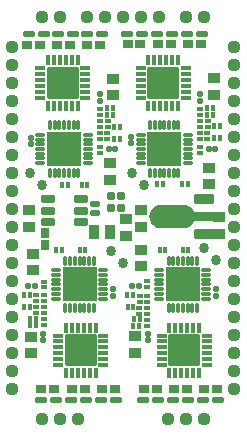
<source format=gts>
G04 Layer: TopSolderMaskLayer*
G04 EasyEDA v6.5.22, 2023-04-03 13:48:28*
G04 438ef6ab04534b949e8f413d785863a0,3cec5f453c3247449836eb28e2eac2c3,10*
G04 Gerber Generator version 0.2*
G04 Scale: 100 percent, Rotated: No, Reflected: No *
G04 Dimensions in inches *
G04 leading zeros omitted , absolute positions ,3 integer and 6 decimal *
%FSLAX36Y36*%
%MOIN*%

%AMMACRO1*1,1,$1,$2,$3*1,1,$1,$4,$5*1,1,$1,0-$2,0-$3*1,1,$1,0-$4,0-$5*20,1,$1,$2,$3,$4,$5,0*20,1,$1,$4,$5,0-$2,0-$3,0*20,1,$1,0-$2,0-$3,0-$4,0-$5,0*20,1,$1,0-$4,0-$5,$2,$3,0*4,1,4,$2,$3,$4,$5,0-$2,0-$3,0-$4,0-$5,$2,$3,0*%
%ADD10C,0.0340*%
%ADD11MACRO1,0.004X0.0156X0.0106X0.0156X-0.0106*%
%ADD12MACRO1,0.004X-0.0156X0.0106X-0.0156X-0.0106*%
%ADD13MACRO1,0.004X-0.0177X-0.0157X-0.0177X0.0157*%
%ADD14MACRO1,0.004X0.0106X-0.0156X-0.0106X-0.0156*%
%ADD15MACRO1,0.004X0.0106X0.0156X-0.0106X0.0156*%
%ADD16MACRO1,0.004X-0.0156X-0.0106X-0.0156X0.0106*%
%ADD17MACRO1,0.004X0.0156X-0.0106X0.0156X0.0106*%
%ADD18MACRO1,0.004X0.0177X0.0157X0.0177X-0.0157*%
%ADD19MACRO1,0.004X-0.0111X-0.0106X-0.0111X0.0106*%
%ADD20MACRO1,0.004X0.0111X-0.0106X0.0111X0.0106*%
%ADD21MACRO1,0.004X0.006X0.0064X0.006X-0.0064*%
%ADD22MACRO1,0.004X-0.006X0.0064X-0.006X-0.0064*%
%ADD23MACRO1,0.004X-0.006X-0.0064X-0.006X0.0064*%
%ADD24MACRO1,0.004X0.006X-0.0064X0.006X0.0064*%
%ADD25MACRO1,0.004X0.0064X-0.006X-0.0064X-0.006*%
%ADD26MACRO1,0.004X0.0064X0.006X-0.0064X0.006*%
%ADD27MACRO1,0.004X-0.0064X0.006X0.0064X0.006*%
%ADD28MACRO1,0.004X-0.0064X-0.006X0.0064X-0.006*%
%ADD29MACRO1,0.004X-0.0138X-0.0039X-0.0138X0.0039*%
%ADD30MACRO1,0.004X-0.0039X-0.0138X-0.0039X0.0138*%
%ADD31MACRO1,0.004X-0.0551X-0.0551X-0.0551X0.0551*%
%ADD32MACRO1,0.004X0.0138X0.0039X0.0138X-0.0039*%
%ADD33MACRO1,0.004X0.0039X0.0138X0.0039X-0.0138*%
%ADD34MACRO1,0.004X0.0551X0.0551X0.0551X-0.0551*%
%ADD35MACRO1,0.0039X-0.0055X-0.0131X-0.0055X0.0131*%
%ADD36MACRO1,0.0039X0.0131X-0.0055X0.0131X0.0055*%
%ADD37MACRO1,0.0039X-0.0055X0.0131X-0.0055X-0.0131*%
%ADD38MACRO1,0.0039X-0.0502X0.0502X0.0502X0.0502*%
%ADD39MACRO1,0.0039X0.0055X0.0131X0.0055X-0.0131*%
%ADD40MACRO1,0.0039X-0.0131X0.0055X-0.0131X-0.0055*%
%ADD41MACRO1,0.0039X0.0055X-0.0131X0.0055X0.0131*%
%ADD42MACRO1,0.0039X0.0502X-0.0502X-0.0502X-0.0502*%
%ADD43MACRO1,0.004X-0.0183X-0.0071X-0.0183X0.0071*%
%ADD44MACRO1,0.004X0.0183X-0.0071X0.0183X0.0071*%
%ADD45MACRO1,0.004X0.0183X0.0071X0.0183X-0.0071*%
%ADD46MACRO1,0.004X-0.0183X0.0071X-0.0183X-0.0071*%
%ADD47MACRO1,0.004X-0.0138X-0.0079X-0.0138X0.0079*%
%ADD48MACRO1,0.004X-0.0138X0.0217X0.0138X0.0217*%
%ADD49MACRO1,0.004X0.0111X0.0106X0.0111X-0.0106*%
%ADD50MACRO1,0.004X-0.0111X0.0106X-0.0111X-0.0106*%
%ADD51MACRO1,0.004X-0.0197X0.0108X0.0197X0.0108*%
%ADD52MACRO1,0.004X0.031X-0.0132X0.031X0.0132*%
%ADD53MACRO1,0.004X-0.0064X0.0073X0.0064X0.0073*%
%ADD54MACRO1,0.004X-0.0064X-0.0073X0.0064X-0.0073*%
%ADD55MACRO1,0.004X-0.0073X-0.0064X-0.0073X0.0064*%
%ADD56MACRO1,0.004X0.0073X-0.0064X0.0073X0.0064*%
%ADD57MACRO1,0.004X0.0064X-0.0073X-0.0064X-0.0073*%
%ADD58MACRO1,0.004X0.0064X0.0073X-0.0064X0.0073*%
%ADD59MACRO1,0.004X0.0073X0.0064X0.0073X-0.0064*%
%ADD60MACRO1,0.004X-0.0073X0.0064X-0.0073X-0.0064*%
%ADD61C,0.0439*%
%ADD62C,0.0155*%

%LPD*%
D10*
G01*
X100000Y900000D03*
G01*
X140000Y860000D03*
G01*
X440000Y900000D03*
G01*
X480000Y860000D03*
G01*
X680000Y650000D03*
G01*
X720000Y610000D03*
G01*
X369000Y640000D03*
G01*
X409000Y600000D03*
D11*
G01*
X187541Y1327000D03*
D12*
G01*
X230459Y1327000D03*
D11*
G01*
X287541Y1327000D03*
D12*
G01*
X330459Y1327000D03*
D11*
G01*
X423541Y1329000D03*
D12*
G01*
X466458Y1329000D03*
D13*
G01*
X468999Y775559D03*
G01*
X468999Y720441D03*
D14*
G01*
X149000Y701458D03*
D15*
G01*
X149000Y658541D03*
D13*
G01*
X375000Y1214558D03*
G01*
X375000Y1159440D03*
G01*
X711000Y1216558D03*
G01*
X711000Y1161440D03*
D11*
G01*
X525540Y1329000D03*
D12*
G01*
X568458Y1329000D03*
D11*
G01*
X626541Y1329000D03*
D12*
G01*
X669459Y1329000D03*
D16*
G01*
X722458Y180000D03*
D17*
G01*
X679540Y180000D03*
D18*
G01*
X448999Y301440D03*
G01*
X448999Y356558D03*
D16*
G01*
X622458Y180999D03*
D17*
G01*
X579540Y180999D03*
D16*
G01*
X522458Y180999D03*
D17*
G01*
X479540Y180999D03*
D16*
G01*
X381458Y180999D03*
D17*
G01*
X338541Y180999D03*
D11*
G01*
X88541Y1327000D03*
D12*
G01*
X131458Y1327000D03*
D18*
G01*
X102000Y298441D03*
G01*
X102000Y353559D03*
D16*
G01*
X280459Y180999D03*
D17*
G01*
X237541Y180999D03*
D16*
G01*
X179459Y180999D03*
D17*
G01*
X136541Y180999D03*
D18*
G01*
X418999Y690941D03*
G01*
X418999Y746059D03*
D19*
G01*
X402040Y822999D03*
D20*
G01*
X367959Y822999D03*
D21*
G01*
X356489Y1094000D03*
D22*
G01*
X375509Y1094000D03*
D21*
G01*
X378490Y1051999D03*
D22*
G01*
X397509Y1051999D03*
D21*
G01*
X378490Y1011999D03*
D22*
G01*
X397509Y1011999D03*
D23*
G01*
X375509Y1116999D03*
D24*
G01*
X356489Y1116999D03*
D25*
G01*
X358000Y1073510D03*
D26*
G01*
X358000Y1054490D03*
D25*
G01*
X355999Y1033510D03*
D26*
G01*
X355999Y1014490D03*
D25*
G01*
X331999Y1033510D03*
D26*
G01*
X331999Y1014490D03*
D27*
G01*
X331999Y1054490D03*
D28*
G01*
X331999Y1073510D03*
D25*
G01*
X331999Y1113510D03*
D26*
G01*
X331999Y1094490D03*
D23*
G01*
X289510Y860000D03*
D24*
G01*
X270489Y860000D03*
D25*
G01*
X331999Y985509D03*
D26*
G01*
X331999Y966489D03*
D23*
G01*
X225509Y860000D03*
D24*
G01*
X206489Y860000D03*
D21*
G01*
X521990Y863000D03*
D22*
G01*
X541010Y863000D03*
D25*
G01*
X665999Y985508D03*
D26*
G01*
X665999Y966489D03*
D23*
G01*
X623510Y863998D03*
D24*
G01*
X604490Y863998D03*
D25*
G01*
X665999Y1113508D03*
D26*
G01*
X665999Y1094488D03*
D27*
G01*
X665999Y1054488D03*
D28*
G01*
X665999Y1073508D03*
D25*
G01*
X665999Y1033508D03*
D26*
G01*
X665999Y1014488D03*
D25*
G01*
X690000Y1033508D03*
D26*
G01*
X690000Y1014488D03*
D25*
G01*
X691999Y1073510D03*
D26*
G01*
X691999Y1054490D03*
D23*
G01*
X707509Y1115999D03*
D24*
G01*
X688490Y1115999D03*
D21*
G01*
X712490Y1015999D03*
D22*
G01*
X731509Y1015999D03*
D21*
G01*
X712490Y1055999D03*
D22*
G01*
X731509Y1055999D03*
D21*
G01*
X688490Y1093998D03*
D22*
G01*
X707509Y1093998D03*
D21*
G01*
X607490Y644000D03*
D22*
G01*
X626509Y644000D03*
D27*
G01*
X488000Y519490D03*
D28*
G01*
X488000Y538510D03*
D21*
G01*
X530489Y645000D03*
D22*
G01*
X549510Y645000D03*
D27*
G01*
X488000Y391489D03*
D28*
G01*
X488000Y410509D03*
D25*
G01*
X488000Y450509D03*
D26*
G01*
X488000Y431489D03*
D27*
G01*
X488000Y471489D03*
D28*
G01*
X488000Y490509D03*
D27*
G01*
X464000Y471489D03*
D28*
G01*
X464000Y490509D03*
D27*
G01*
X461999Y431489D03*
D28*
G01*
X461999Y450509D03*
D21*
G01*
X442490Y389000D03*
D22*
G01*
X461509Y389000D03*
D23*
G01*
X441509Y493000D03*
D24*
G01*
X422490Y493000D03*
D23*
G01*
X442509Y453000D03*
D24*
G01*
X423490Y453000D03*
D23*
G01*
X465509Y413000D03*
D24*
G01*
X446489Y413000D03*
D21*
G01*
X263490Y644000D03*
D22*
G01*
X282509Y644000D03*
D27*
G01*
X144000Y518490D03*
D28*
G01*
X144000Y537509D03*
D21*
G01*
X184490Y645000D03*
D22*
G01*
X203510Y645000D03*
D27*
G01*
X144000Y393490D03*
D28*
G01*
X144000Y412509D03*
D25*
G01*
X145000Y452509D03*
D26*
G01*
X145000Y433490D03*
D27*
G01*
X144000Y473490D03*
D28*
G01*
X144000Y492509D03*
D27*
G01*
X119000Y473490D03*
D28*
G01*
X119000Y492509D03*
D27*
G01*
X118000Y433490D03*
D28*
G01*
X118000Y452509D03*
D21*
G01*
X99490Y393000D03*
D22*
G01*
X118510Y393000D03*
D23*
G01*
X98510Y493000D03*
D24*
G01*
X79490Y493000D03*
D23*
G01*
X98510Y453000D03*
D24*
G01*
X79490Y453000D03*
D23*
G01*
X118510Y413000D03*
D24*
G01*
X99490Y413000D03*
D29*
G01*
X290740Y979960D03*
G01*
X290740Y995750D03*
G01*
X290740Y1011500D03*
G01*
X290740Y1027239D03*
G01*
X290740Y964259D03*
G01*
X290740Y948499D03*
G01*
X290740Y932760D03*
D30*
G01*
X259239Y1058740D03*
G01*
X243499Y1058740D03*
G01*
X227750Y1058740D03*
G01*
X212000Y1058709D03*
G01*
X196259Y1058740D03*
G01*
X180499Y1058740D03*
G01*
X164760Y1058740D03*
D29*
G01*
X133260Y1027239D03*
G01*
X133260Y1011500D03*
G01*
X133260Y995740D03*
G01*
X133260Y980000D03*
G01*
X133260Y964259D03*
G01*
X133260Y948499D03*
G01*
X133260Y932760D03*
D30*
G01*
X164760Y901259D03*
G01*
X180499Y901259D03*
G01*
X196259Y901259D03*
G01*
X212000Y901269D03*
G01*
X227739Y901259D03*
G01*
X243499Y901259D03*
G01*
X259239Y901259D03*
D31*
G01*
X211220Y980009D03*
D29*
G01*
X624739Y979958D03*
G01*
X624739Y995749D03*
G01*
X624739Y1011498D03*
G01*
X624739Y1027238D03*
G01*
X624739Y964258D03*
G01*
X624739Y948498D03*
G01*
X624739Y932759D03*
D30*
G01*
X593240Y1058739D03*
G01*
X577500Y1058739D03*
G01*
X561749Y1058739D03*
G01*
X545999Y1058709D03*
G01*
X530260Y1058739D03*
G01*
X514500Y1058739D03*
G01*
X498759Y1058739D03*
D29*
G01*
X467259Y1027238D03*
G01*
X467259Y1011498D03*
G01*
X467259Y995738D03*
G01*
X467259Y979999D03*
G01*
X467259Y964258D03*
G01*
X467259Y948498D03*
G01*
X467259Y932759D03*
D30*
G01*
X498759Y901259D03*
G01*
X514500Y901259D03*
G01*
X530260Y901259D03*
G01*
X545999Y901268D03*
G01*
X561739Y901259D03*
G01*
X577500Y901259D03*
G01*
X593240Y901259D03*
D31*
G01*
X545220Y980009D03*
D32*
G01*
X529259Y529040D03*
G01*
X529259Y513250D03*
G01*
X529259Y497500D03*
G01*
X529259Y481759D03*
G01*
X529259Y544739D03*
G01*
X529259Y560499D03*
G01*
X529259Y576240D03*
D33*
G01*
X560760Y450260D03*
G01*
X576500Y450260D03*
G01*
X592249Y450260D03*
G01*
X607999Y450289D03*
G01*
X623740Y450260D03*
G01*
X639500Y450260D03*
G01*
X655239Y450260D03*
D32*
G01*
X686739Y481759D03*
G01*
X686739Y497500D03*
G01*
X686739Y513260D03*
G01*
X686739Y529000D03*
G01*
X686739Y544739D03*
G01*
X686739Y560499D03*
G01*
X686739Y576240D03*
D33*
G01*
X655239Y607740D03*
G01*
X639500Y607740D03*
G01*
X623740Y607740D03*
G01*
X607999Y607729D03*
G01*
X592260Y607740D03*
G01*
X576500Y607740D03*
G01*
X560760Y607740D03*
D34*
G01*
X608779Y528990D03*
D32*
G01*
X185260Y529040D03*
G01*
X185260Y513250D03*
G01*
X185260Y497500D03*
G01*
X185260Y481759D03*
G01*
X185260Y544739D03*
G01*
X185260Y560499D03*
G01*
X185260Y576240D03*
D33*
G01*
X216759Y450260D03*
G01*
X232500Y450260D03*
G01*
X248250Y450260D03*
G01*
X264000Y450289D03*
G01*
X279739Y450260D03*
G01*
X295499Y450260D03*
G01*
X311240Y450260D03*
D32*
G01*
X342740Y481759D03*
G01*
X342740Y497500D03*
G01*
X342740Y513260D03*
G01*
X342740Y529000D03*
G01*
X342740Y544739D03*
G01*
X342740Y560499D03*
G01*
X342740Y576240D03*
D33*
G01*
X311240Y607740D03*
G01*
X295499Y607740D03*
G01*
X279739Y607740D03*
G01*
X264000Y607729D03*
G01*
X248260Y607740D03*
G01*
X232500Y607740D03*
G01*
X216759Y607740D03*
D34*
G01*
X264779Y528990D03*
D35*
G01*
X158787Y1124901D03*
G01*
X178472Y1124901D03*
G01*
X198157Y1124901D03*
G01*
X217842Y1124901D03*
G01*
X237527Y1124901D03*
G01*
X257212Y1124901D03*
D36*
G01*
X283098Y1150787D03*
G01*
X283098Y1170472D03*
G01*
X283098Y1190157D03*
G01*
X283098Y1209842D03*
G01*
X283098Y1229527D03*
G01*
X283098Y1249212D03*
D37*
G01*
X257212Y1275098D03*
G01*
X237527Y1275098D03*
G01*
X217842Y1275098D03*
G01*
X198157Y1275098D03*
G01*
X178472Y1275098D03*
G01*
X158787Y1275098D03*
D36*
G01*
X132901Y1249212D03*
G01*
X132901Y1229527D03*
G01*
X132901Y1209842D03*
G01*
X132901Y1190157D03*
G01*
X132901Y1170472D03*
G01*
X132901Y1150787D03*
D38*
G01*
X207999Y1200000D03*
D35*
G01*
X492787Y1124900D03*
G01*
X512472Y1124900D03*
G01*
X532157Y1124900D03*
G01*
X551842Y1124900D03*
G01*
X571527Y1124900D03*
G01*
X591212Y1124900D03*
D36*
G01*
X617098Y1150786D03*
G01*
X617098Y1170471D03*
G01*
X617098Y1190156D03*
G01*
X617098Y1209841D03*
G01*
X617098Y1229526D03*
G01*
X617098Y1249211D03*
D37*
G01*
X591212Y1275097D03*
G01*
X571527Y1275097D03*
G01*
X551842Y1275097D03*
G01*
X532157Y1275097D03*
G01*
X512472Y1275097D03*
G01*
X492787Y1275097D03*
D36*
G01*
X466901Y1249211D03*
G01*
X466901Y1229526D03*
G01*
X466901Y1209841D03*
G01*
X466901Y1190156D03*
G01*
X466901Y1170471D03*
G01*
X466901Y1150786D03*
D38*
G01*
X542000Y1199999D03*
D39*
G01*
X661212Y384098D03*
G01*
X641527Y384098D03*
G01*
X621842Y384098D03*
G01*
X602157Y384098D03*
G01*
X582472Y384098D03*
G01*
X562787Y384098D03*
D40*
G01*
X536901Y358212D03*
G01*
X536901Y338527D03*
G01*
X536901Y318842D03*
G01*
X536901Y299157D03*
G01*
X536901Y279472D03*
G01*
X536901Y259787D03*
D41*
G01*
X562787Y233901D03*
G01*
X582472Y233901D03*
G01*
X602157Y233901D03*
G01*
X621842Y233901D03*
G01*
X641527Y233901D03*
G01*
X661212Y233901D03*
D40*
G01*
X687098Y259787D03*
G01*
X687098Y279472D03*
G01*
X687098Y299157D03*
G01*
X687098Y318842D03*
G01*
X687098Y338527D03*
G01*
X687098Y358212D03*
D42*
G01*
X612000Y308999D03*
D39*
G01*
X317212Y384098D03*
G01*
X297527Y384098D03*
G01*
X277842Y384098D03*
G01*
X258157Y384098D03*
G01*
X238472Y384098D03*
G01*
X218787Y384098D03*
D40*
G01*
X192901Y358212D03*
G01*
X192901Y338527D03*
G01*
X192901Y318842D03*
G01*
X192901Y299157D03*
G01*
X192901Y279472D03*
G01*
X192901Y259787D03*
D41*
G01*
X218787Y233901D03*
G01*
X238472Y233901D03*
G01*
X258157Y233901D03*
G01*
X277842Y233901D03*
G01*
X297527Y233901D03*
G01*
X317212Y233901D03*
D40*
G01*
X343098Y259787D03*
G01*
X343098Y279472D03*
G01*
X343098Y299157D03*
G01*
X343098Y318842D03*
G01*
X343098Y338527D03*
G01*
X343098Y358212D03*
D42*
G01*
X267999Y308999D03*
D43*
G01*
X145000Y1364000D03*
D44*
G01*
X95000Y1364000D03*
D43*
G01*
X240999Y1364000D03*
D44*
G01*
X190999Y1364000D03*
D43*
G01*
X336999Y1364000D03*
D44*
G01*
X286999Y1364000D03*
D43*
G01*
X473000Y1364000D03*
D44*
G01*
X423000Y1364000D03*
D43*
G01*
X573000Y1364000D03*
D44*
G01*
X523000Y1364000D03*
D43*
G01*
X673000Y1364000D03*
D44*
G01*
X623000Y1364000D03*
D45*
G01*
X675999Y145000D03*
D46*
G01*
X725999Y145000D03*
D45*
G01*
X575999Y145000D03*
D46*
G01*
X625999Y145000D03*
D45*
G01*
X475000Y145000D03*
D46*
G01*
X525000Y145000D03*
D45*
G01*
X334000Y145000D03*
D46*
G01*
X384000Y145000D03*
D45*
G01*
X234000Y145000D03*
D46*
G01*
X284000Y145000D03*
D45*
G01*
X134000Y145000D03*
D46*
G01*
X184000Y145000D03*
D47*
G01*
X314000Y768221D03*
G01*
X314000Y795779D03*
D48*
G01*
X313306Y702000D03*
G01*
X364690Y702000D03*
D49*
G01*
X367959Y784000D03*
D50*
G01*
X402040Y784000D03*
D51*
G01*
X267119Y812402D03*
G01*
X267119Y775003D03*
G01*
X267119Y737602D03*
G01*
X156878Y737602D03*
G01*
X156878Y775003D03*
G01*
X156878Y812402D03*
D52*
G01*
X678898Y696449D03*
G01*
X678898Y814560D03*
G36*
X535599Y716100D02*
G01*
X533800Y716199D01*
X531900Y716300D01*
X530100Y716500D01*
X528299Y716799D01*
X526500Y717199D01*
X522899Y718200D01*
X519499Y719600D01*
X517800Y720399D01*
X516199Y721199D01*
X514600Y722199D01*
X513099Y723200D01*
X511599Y724299D01*
X510100Y725500D01*
X508800Y726700D01*
X507399Y728000D01*
X506199Y729299D01*
X505000Y730700D01*
X502800Y733699D01*
X501799Y735300D01*
X500900Y736900D01*
X500100Y738499D01*
X499299Y740199D01*
X498600Y741900D01*
X498099Y743699D01*
X497500Y745500D01*
X497100Y747199D01*
X496799Y749099D01*
X496500Y750900D01*
X496300Y752699D01*
X496300Y758299D01*
X496500Y760100D01*
X497100Y763699D01*
X497500Y765500D01*
X498099Y767300D01*
X498600Y769099D01*
X499299Y770799D01*
X500100Y772500D01*
X500900Y774099D01*
X501799Y775700D01*
X502800Y777300D01*
X503899Y778800D01*
X505000Y780199D01*
X506199Y781700D01*
X507399Y783000D01*
X508800Y784299D01*
X510100Y785500D01*
X511599Y786700D01*
X513099Y787800D01*
X514600Y788800D01*
X517800Y790599D01*
X519499Y791399D01*
X522899Y792800D01*
X526500Y793800D01*
X528299Y794200D01*
X530100Y794499D01*
X531900Y794699D01*
X533800Y794800D01*
X535599Y794899D01*
X608600Y794899D01*
X610500Y794800D01*
X612300Y794699D01*
X614099Y794499D01*
X615999Y794200D01*
X617800Y793800D01*
X619499Y793299D01*
X621300Y792800D01*
X624699Y791399D01*
X626399Y790599D01*
X629600Y788800D01*
X631199Y787800D01*
X632600Y786700D01*
X634099Y785500D01*
X635500Y784299D01*
X636799Y783000D01*
X638000Y781700D01*
X639200Y780199D01*
X640399Y778800D01*
X641399Y777300D01*
X642399Y775700D01*
X643299Y774099D01*
X644200Y772300D01*
X644600Y770500D01*
X711900Y770500D01*
X711900Y740500D01*
X644600Y740500D01*
X644200Y738699D01*
X643299Y736900D01*
X642399Y735300D01*
X641399Y733699D01*
X640399Y732199D01*
X639200Y730700D01*
X638000Y729299D01*
X636799Y728000D01*
X635500Y726700D01*
X634099Y725500D01*
X632600Y724299D01*
X631199Y723200D01*
X628000Y721199D01*
X626399Y720399D01*
X624699Y719600D01*
X621300Y718200D01*
X619499Y717699D01*
X617800Y717199D01*
X615999Y716799D01*
X614099Y716500D01*
X612300Y716300D01*
X610500Y716199D01*
X608600Y716100D01*
G37*
D18*
G01*
X363999Y877941D03*
G01*
X363999Y933059D03*
D53*
G01*
X333000Y1141703D03*
D54*
G01*
X333000Y1163296D03*
D53*
G01*
X435500Y998704D03*
D54*
G01*
X435500Y1020295D03*
D53*
G01*
X100500Y995704D03*
D54*
G01*
X100500Y1017296D03*
D55*
G01*
X381795Y980000D03*
D56*
G01*
X360203Y980000D03*
D53*
G01*
X665999Y1141204D03*
D54*
G01*
X665999Y1162795D03*
D18*
G01*
X693999Y861940D03*
G01*
X693999Y917058D03*
D13*
G01*
X468500Y644558D03*
G01*
X468500Y589440D03*
D55*
G01*
X715295Y979000D03*
D56*
G01*
X693704Y979000D03*
D57*
G01*
X718499Y512795D03*
D58*
G01*
X718499Y491204D03*
D57*
G01*
X490500Y363795D03*
D58*
G01*
X490500Y342204D03*
D13*
G01*
X108999Y631059D03*
G01*
X108999Y575941D03*
D59*
G01*
X439704Y523000D03*
D60*
G01*
X461295Y523000D03*
D57*
G01*
X374000Y512296D03*
D58*
G01*
X374000Y490704D03*
D13*
G01*
X727000Y752558D03*
G01*
X727000Y697441D03*
D59*
G01*
X92703Y523499D03*
D60*
G01*
X114295Y523499D03*
D57*
G01*
X143000Y364295D03*
D58*
G01*
X143000Y342703D03*
D13*
G01*
X95499Y775559D03*
G01*
X95499Y720441D03*
D61*
G01*
X40000Y1320000D03*
G01*
X40000Y1260000D03*
G01*
X40000Y1020000D03*
G01*
X40000Y780000D03*
G01*
X40000Y1140000D03*
G01*
X40000Y1200000D03*
G01*
X40000Y1080000D03*
G01*
X200000Y1420000D03*
G01*
X290000Y1420000D03*
G01*
X530000Y1420000D03*
G01*
X350000Y1420000D03*
G01*
X470000Y1420000D03*
G01*
X410000Y1420000D03*
G01*
X140000Y1420000D03*
G01*
X40000Y720000D03*
G01*
X40000Y840000D03*
G01*
X40000Y960000D03*
G01*
X40000Y900000D03*
G01*
X40000Y660000D03*
G01*
X40000Y540000D03*
G01*
X40000Y600000D03*
G01*
X40000Y480000D03*
G01*
X40000Y420000D03*
G01*
X40000Y300000D03*
G01*
X40000Y360000D03*
G01*
X260000Y80000D03*
G01*
X140000Y80000D03*
G01*
X200000Y80000D03*
G01*
X40000Y240000D03*
G01*
X40000Y180000D03*
G01*
X620000Y80000D03*
G01*
X680000Y80000D03*
G01*
X560000Y80000D03*
G01*
X680000Y1420000D03*
G01*
X620000Y1420000D03*
G01*
X780000Y1260000D03*
G01*
X780000Y1320000D03*
G01*
X780000Y1200000D03*
G01*
X780000Y1140000D03*
G01*
X780000Y1020000D03*
G01*
X780000Y1080000D03*
G01*
X780000Y960000D03*
G01*
X780000Y900000D03*
G01*
X780000Y780000D03*
G01*
X780000Y840000D03*
G01*
X780000Y180000D03*
G01*
X780000Y240000D03*
G01*
X780000Y300000D03*
G01*
X780000Y360000D03*
G01*
X780000Y420000D03*
G01*
X780000Y480000D03*
G01*
X780000Y540000D03*
G01*
X780000Y600000D03*
G01*
X780000Y720000D03*
G01*
X780000Y660000D03*
M02*

</source>
